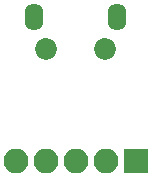
<source format=gbs>
%TF.GenerationSoftware,KiCad,Pcbnew,4.0.7*%
%TF.CreationDate,2017-11-15T16:48:18+08:00*%
%TF.ProjectId,MicroUSB,4D6963726F5553422E6B696361645F70,rev?*%
%TF.FileFunction,Soldermask,Bot*%
%FSLAX46Y46*%
G04 Gerber Fmt 4.6, Leading zero omitted, Abs format (unit mm)*
G04 Created by KiCad (PCBNEW 4.0.7) date 11/15/17 16:48:18*
%MOMM*%
%LPD*%
G01*
G04 APERTURE LIST*
%ADD10C,0.100000*%
%ADD11C,1.850000*%
%ADD12O,1.600000X2.300000*%
%ADD13R,2.100000X2.100000*%
%ADD14O,2.100000X2.100000*%
G04 APERTURE END LIST*
D10*
D11*
X10450000Y-5460000D03*
X5450000Y-5460000D03*
D12*
X11450000Y-2760000D03*
X4450000Y-2760000D03*
D13*
X13100000Y-14950000D03*
D14*
X10560000Y-14950000D03*
X8020000Y-14950000D03*
X5480000Y-14950000D03*
X2940000Y-14950000D03*
M02*

</source>
